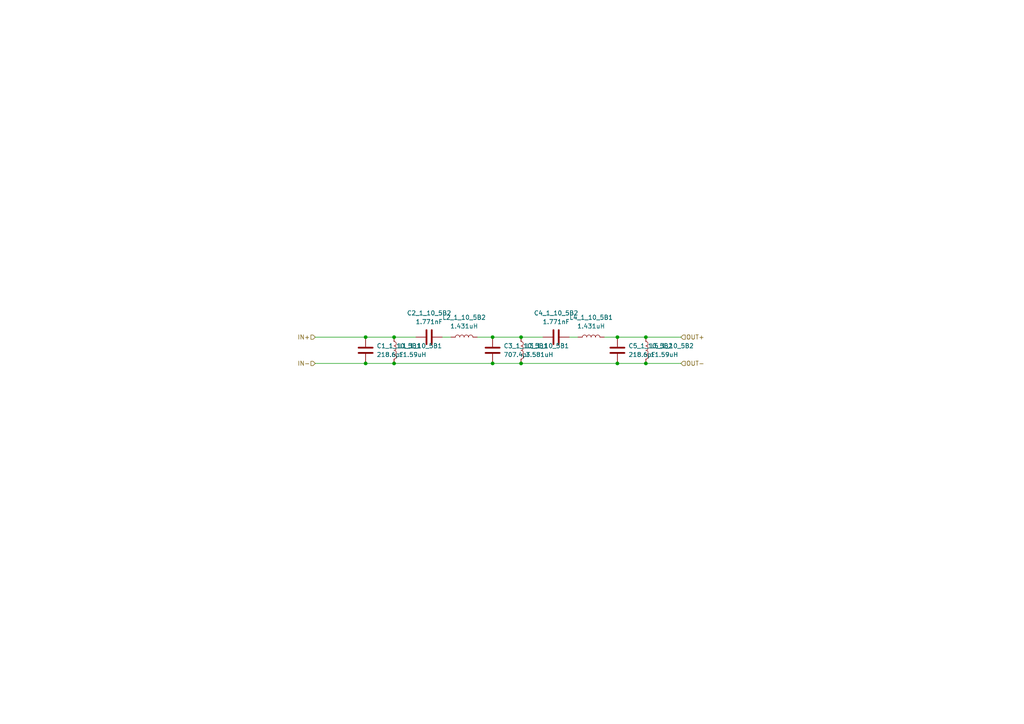
<source format=kicad_sch>
(kicad_sch (version 20230121) (generator eeschema)
  (paper "A4")
  (title_block (title "1MHz-10MHz 5th Order Butterworth Bandpass") (comment 1 "Values rounded a bit"))
  (lib_symbols
    (symbol "Device:C" (pin_numbers hide) (pin_names (offset 0.254))
      (property "Reference" "C" (at 0.635 2.54 0))
      (property "Value" "C" (at 0.635 -2.54 0))
      (symbol "C_0_1"
        (polyline (pts (xy -2.032 -0.762) (xy 2.032 -0.762)) (stroke (width 0.508)))
        (polyline (pts (xy -2.032 0.762) (xy 2.032 0.762)) (stroke (width 0.508)))
      )
      (symbol "C_1_1"
        (pin passive line (at 0 3.81 270) (length 2.794) (name "~") (number "1"))
        (pin passive line (at 0 -3.81 90) (length 2.794) (name "~") (number "2"))
      )
    )
    (symbol "Device:L" (pin_numbers hide) (pin_names (offset 1.016) hide)
      (property "Reference" "L" (at -1.27 0 90))
      (property "Value" "L" (at 1.905 0 90))
      (symbol "L_0_1"
        (arc (start 0 -2.54) (mid 0.6323 -1.905) (end 0 -1.27))
        (arc (start 0 -1.27) (mid 0.6323 -0.635) (end 0 0))
        (arc (start 0 0) (mid 0.6323 0.635) (end 0 1.27))
        (arc (start 0 1.27) (mid 0.6323 1.905) (end 0 2.54))
      )
      (symbol "L_1_1"
        (pin passive line (at 0 3.81 270) (length 1.27) (name "1") (number "1"))
        (pin passive line (at 0 -3.81 90) (length 1.27) (name "2") (number "2"))
      )
    )
  )
  (junction (at 106.045 97.79))
  (junction (at 187.325 97.79))
  (junction (at 114.3 97.79))
  (junction (at 187.325 105.41))
  (junction (at 106.045 105.41))
  (junction (at 151.13 97.79))
  (junction (at 114.3 105.41))
  (junction (at 179.07 105.41))
  (junction (at 151.13 105.41))
  (junction (at 179.07 97.79))
  (junction (at 142.875 97.79))
  (junction (at 142.875 105.41))
  (wire (pts (xy 114.3 105.41) (xy 142.875 105.41)))
  (wire (pts (xy 142.875 105.41) (xy 151.13 105.41)))
  (wire (pts (xy 142.875 97.79) (xy 151.13 97.79)))
  (wire (pts (xy 151.13 105.41) (xy 179.07 105.41)))
  (wire (pts (xy 91.44 97.79) (xy 106.045 97.79)))
  (wire (pts (xy 128.27 97.79) (xy 130.81 97.79)))
  (wire (pts (xy 106.045 105.41) (xy 114.3 105.41)))
  (wire (pts (xy 165.1 97.79) (xy 167.64 97.79)))
  (wire (pts (xy 114.3 97.79) (xy 120.65 97.79)))
  (wire (pts (xy 138.43 97.79) (xy 142.875 97.79)))
  (wire (pts (xy 91.44 105.41) (xy 106.045 105.41)))
  (wire (pts (xy 179.07 97.79) (xy 187.325 97.79)))
  (wire (pts (xy 106.045 97.79) (xy 114.3 97.79)))
  (wire (pts (xy 175.26 97.79) (xy 179.07 97.79)))
  (wire (pts (xy 151.13 97.79) (xy 157.48 97.79)))
  (wire (pts (xy 187.325 105.41) (xy 197.485 105.41)))
  (wire (pts (xy 179.07 105.41) (xy 187.325 105.41)))
  (wire (pts (xy 187.325 97.79) (xy 197.485 97.79)))
  (hierarchical_label "IN-" (shape input) (at 91.44 105.41 180))
  (hierarchical_label "OUT+" (shape input) (at 197.485 97.79 0))
  (hierarchical_label "OUT-" (shape input) (at 197.485 105.41 0))
  (hierarchical_label "IN+" (shape input) (at 91.44 97.79 180))
  (symbol (lib_id "Device:C") (at 106.045 101.6 0) (unit 1)
    (property "Reference" "C1_1_10_5B1" (at 109.22 100.33 0) (effects (justify left)))
    (property "Value" "218.6pF" (at 109.22 102.87 0) (effects (justify left)))
    (property "Footprint" "Capacitor_SMD:C_0603_1608Metric" (effects hide))
    (property "MFR" "CC0603JRNPO9BN221" (effects hide))
    (property "LCSC" "C106210" (effects hide))
    (property "Description" "50V 220pF NP0 ±5% 0603  Multilayer Ceramic Capacitors MLCC - SMD/SMT ROHS" (effects hide))
    (property "URL" "https://jlcpcb.com/partdetail/Yageo-CC0603JRNPO9BN221/C106210" (effects hide))
  )
  (symbol (lib_id "Device:C") (at 142.875 101.6 0) (unit 1)
    (property "Reference" "C3_1_10_5B1" (at 146.05 100.33 0) (effects (justify left)))
    (property "Value" "707.4pF" (at 146.05 102.87 0) (effects (justify left)))
    (property "Footprint" "Capacitor_SMD:C_0603_1608Metric" (effects hide))
    (property "MFR" "0603CG681J500NT" (effects hide))
    (property "LCSC" "C327426" (effects hide))
    (property "Description" "50V 680pF C0G ±5% 0603  Multilayer Ceramic Capacitors MLCC - SMD/SMT ROHS" (effects hide))
    (property "URL" "https://jlcpcb.com/partdetail/307577-0603CG681J500NT/C327426" (effects hide))
  )
  (symbol (lib_id "Device:L") (at 114.3 101.6 0) (unit 1)
    (property "Reference" "L1_1_10_5B1" (at 115.57 100.33 0) (effects (justify left)))
    (property "Value" "11.59uH" (at 115.57 102.87 0) (effects (justify left)))
    (property "Footprint" "Inductor_SMD:L_0603_1608Metric" (effects hide))
    (property "MFR" "MLF1608E120JTD25" (effects hide))
    (property "LCSC" "C275362" (effects hide))
    (property "Description" "10mA 12uH ±5% 1.2Ω 0603  Inductors (SMD) ROHS" (effects hide))
    (property "URL" "https://jlcpcb.com/partdetail/Tdk-MLF1608E120JTD25/C275362" (effects hide))
  )
  (symbol (lib_id "Device:L") (at 151.13 101.6 0) (unit 1)
    (property "Reference" "L3_1_10_5B1" (at 152.4 100.33 0) (effects (justify left)))
    (property "Value" "3.581uH" (at 152.4 102.87 0) (effects (justify left)))
    (property "Footprint" "Inductor_SMD:L_0603_1608Metric" (effects hide))
    (property "MFR" "FHW0603UF3R3JST" (effects hide))
    (property "LCSC" "C393983" (effects hide))
    (property "Description" "230mA 3.3uH ±5% 2.9Ω 0603  Inductors (SMD) ROHS" (effects hide))
    (property "URL" "https://jlcpcb.com/partdetail/372876-FHW0603UF3R3JST/C393983" (effects hide))
  )
  (symbol (lib_id "Device:L") (at 187.325 101.6 0) (unit 1)
    (property "Reference" "L5_1_10_5B2" (at 188.595 100.33 0) (effects (justify left)))
    (property "Value" "11.59uH" (at 188.595 102.87 0) (effects (justify left)))
    (property "Footprint" "Inductor_SMD:L_0603_1608Metric" (effects hide))
    (property "MFR" "MLF1608E120JTD25" (effects hide))
    (property "LCSC" "C275362" (effects hide))
    (property "Description" "10mA 12uH ±5% 1.2Ω 0603  Inductors (SMD) ROHS" (effects hide))
    (property "URL" "https://jlcpcb.com/partdetail/Tdk-MLF1608E120JTD25/C275362" (effects hide))
  )
  (symbol (lib_id "Device:C") (at 161.29 97.79 90) (unit 1)
    (property "Reference" "C4_1_10_5B2" (at 161.29 90.805 90))
    (property "Value" "1.771nF" (at 161.29 93.345 90))
    (property "Footprint" "Capacitor_SMD:C_0603_1608Metric" (effects hide))
    (property "MFR" "CL10C182JB8NNNC" (effects hide))
    (property "LCSC" "C318642" (effects hide))
    (property "Description" "50V 1.8nF C0G ±5% 0603  Multilayer Ceramic Capacitors MLCC - SMD/SMT ROHS" (effects hide))
    (property "URL" "https://jlcpcb.com/partdetail/299771-CL10C182JB8NNNC/C318642" (effects hide))
  )
  (symbol (lib_id "Device:C") (at 124.46 97.79 90) (unit 1)
    (property "Reference" "C2_1_10_5B2" (at 124.46 90.805 90))
    (property "Value" "1.771nF" (at 124.46 93.345 90))
    (property "Footprint" "Capacitor_SMD:C_0603_1608Metric" (effects hide))
    (property "MFR" "CL10C182JB8NNNC" (effects hide))
    (property "LCSC" "C318642" (effects hide))
    (property "Description" "50V 1.8nF C0G ±5% 0603  Multilayer Ceramic Capacitors MLCC - SMD/SMT ROHS" (effects hide))
    (property "URL" "https://jlcpcb.com/partdetail/299771-CL10C182JB8NNNC/C318642" (effects hide))
  )
  (symbol (lib_id "Device:L") (at 134.62 97.79 90) (unit 1)
    (property "Reference" "L2_1_10_5B2" (at 134.62 92.075 90))
    (property "Value" "1.431uH" (at 134.62 94.615 90))
    (property "Footprint" "Inductor_SMD:L_0603_1608Metric" (effects hide))
    (property "MFR" "MLF1608A1R5JT000" (effects hide))
    (property "LCSC" "C87514" (effects hide))
    (property "Description" "50mA 1.5uH ±5% 300mΩ 0603  Inductors (SMD) ROHS" (effects hide))
    (property "URL" "https://jlcpcb.com/partdetail/Tdk-MLF1608A1R5JT000/C87514" (effects hide))
  )
  (symbol (lib_id "Device:L") (at 171.45 97.79 90) (unit 1)
    (property "Reference" "L4_1_10_5B1" (at 171.45 92.075 90))
    (property "Value" "1.431uH" (at 171.45 94.615 90))
    (property "Footprint" "Inductor_SMD:L_0603_1608Metric" (effects hide))
    (property "MFR" "MLF1608A1R5JT000" (effects hide))
    (property "LCSC" "C87514" (effects hide))
    (property "Description" "50mA 1.5uH ±5% 300mΩ 0603  Inductors (SMD) ROHS" (effects hide))
    (property "URL" "https://jlcpcb.com/partdetail/Tdk-MLF1608A1R5JT000/C87514" (effects hide))
  )
  (symbol (lib_id "Device:C") (at 179.07 101.6 0) (unit 1)
    (property "Reference" "C5_1_10_5B2" (at 182.245 100.33 0) (effects (justify left)))
    (property "Value" "218.6pF" (at 182.245 102.87 0) (effects (justify left)))
    (property "Footprint" "Capacitor_SMD:C_0603_1608Metric" (effects hide))
    (property "MFR" "CC0603JRNPO9BN221" (effects hide))
    (property "LCSC" "C106210" (effects hide))
    (property "Description" "50V 220pF NP0 ±5% 0603  Multilayer Ceramic Capacitors MLCC - SMD/SMT ROHS" (effects hide))
    (property "URL" "https://jlcpcb.com/partdetail/Yageo-CC0603JRNPO9BN221/C106210" (effects hide))
  )
)
</source>
